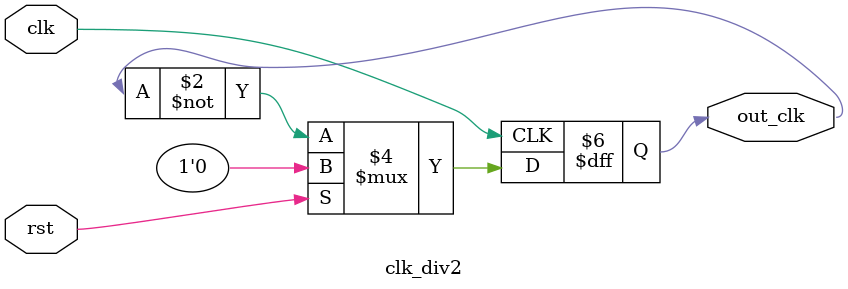
<source format=v>
module clk_div2 ( clk ,rst,out_clk );
	output reg out_clk;
	input clk ;
	input rst;
	always @(posedge clk)
	begin
	if (rst)
		  out_clk <= 1'b0;
	else
		  out_clk <= ~out_clk;	
	end
endmodule

</source>
